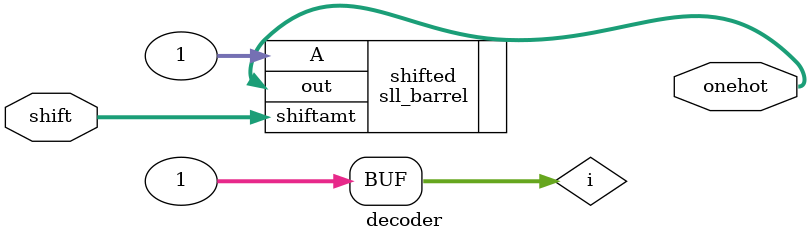
<source format=v>
module decoder (onehot, shift);
    input [4:0] shift;

    output [31:0] onehot;

    integer i = 1;
    sll_barrel shifted(.A(i), .shiftamt(shift), .out(onehot));
endmodule
</source>
